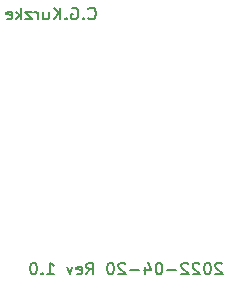
<source format=gbr>
%TF.GenerationSoftware,KiCad,Pcbnew,6.0.4-6f826c9f35~116~ubuntu20.04.1*%
%TF.CreationDate,2022-04-13T00:37:52-07:00*%
%TF.ProjectId,PIC_Timer,5049435f-5469-46d6-9572-2e6b69636164,rev?*%
%TF.SameCoordinates,Original*%
%TF.FileFunction,Legend,Bot*%
%TF.FilePolarity,Positive*%
%FSLAX46Y46*%
G04 Gerber Fmt 4.6, Leading zero omitted, Abs format (unit mm)*
G04 Created by KiCad (PCBNEW 6.0.4-6f826c9f35~116~ubuntu20.04.1) date 2022-04-13 00:37:52*
%MOMM*%
%LPD*%
G01*
G04 APERTURE LIST*
%ADD10C,0.150000*%
G04 APERTURE END LIST*
D10*
X91812666Y-104497142D02*
X91860285Y-104544761D01*
X92003142Y-104592380D01*
X92098380Y-104592380D01*
X92241238Y-104544761D01*
X92336476Y-104449523D01*
X92384095Y-104354285D01*
X92431714Y-104163809D01*
X92431714Y-104020952D01*
X92384095Y-103830476D01*
X92336476Y-103735238D01*
X92241238Y-103640000D01*
X92098380Y-103592380D01*
X92003142Y-103592380D01*
X91860285Y-103640000D01*
X91812666Y-103687619D01*
X91384095Y-104497142D02*
X91336476Y-104544761D01*
X91384095Y-104592380D01*
X91431714Y-104544761D01*
X91384095Y-104497142D01*
X91384095Y-104592380D01*
X90384095Y-103640000D02*
X90479333Y-103592380D01*
X90622190Y-103592380D01*
X90765047Y-103640000D01*
X90860285Y-103735238D01*
X90907904Y-103830476D01*
X90955523Y-104020952D01*
X90955523Y-104163809D01*
X90907904Y-104354285D01*
X90860285Y-104449523D01*
X90765047Y-104544761D01*
X90622190Y-104592380D01*
X90526952Y-104592380D01*
X90384095Y-104544761D01*
X90336476Y-104497142D01*
X90336476Y-104163809D01*
X90526952Y-104163809D01*
X89907904Y-104497142D02*
X89860285Y-104544761D01*
X89907904Y-104592380D01*
X89955523Y-104544761D01*
X89907904Y-104497142D01*
X89907904Y-104592380D01*
X89431714Y-104592380D02*
X89431714Y-103592380D01*
X88860285Y-104592380D02*
X89288857Y-104020952D01*
X88860285Y-103592380D02*
X89431714Y-104163809D01*
X88003142Y-103925714D02*
X88003142Y-104592380D01*
X88431714Y-103925714D02*
X88431714Y-104449523D01*
X88384095Y-104544761D01*
X88288857Y-104592380D01*
X88146000Y-104592380D01*
X88050761Y-104544761D01*
X88003142Y-104497142D01*
X87526952Y-104592380D02*
X87526952Y-103925714D01*
X87526952Y-104116190D02*
X87479333Y-104020952D01*
X87431714Y-103973333D01*
X87336476Y-103925714D01*
X87241238Y-103925714D01*
X87003142Y-103925714D02*
X86479333Y-103925714D01*
X87003142Y-104592380D01*
X86479333Y-104592380D01*
X86098380Y-104592380D02*
X86098380Y-103592380D01*
X86003142Y-104211428D02*
X85717428Y-104592380D01*
X85717428Y-103925714D02*
X86098380Y-104306666D01*
X84907904Y-104544761D02*
X85003142Y-104592380D01*
X85193619Y-104592380D01*
X85288857Y-104544761D01*
X85336476Y-104449523D01*
X85336476Y-104068571D01*
X85288857Y-103973333D01*
X85193619Y-103925714D01*
X85003142Y-103925714D01*
X84907904Y-103973333D01*
X84860285Y-104068571D01*
X84860285Y-104163809D01*
X85336476Y-104259047D01*
X103115047Y-125277619D02*
X103067428Y-125230000D01*
X102972190Y-125182380D01*
X102734095Y-125182380D01*
X102638857Y-125230000D01*
X102591238Y-125277619D01*
X102543619Y-125372857D01*
X102543619Y-125468095D01*
X102591238Y-125610952D01*
X103162666Y-126182380D01*
X102543619Y-126182380D01*
X101924571Y-125182380D02*
X101829333Y-125182380D01*
X101734095Y-125230000D01*
X101686476Y-125277619D01*
X101638857Y-125372857D01*
X101591238Y-125563333D01*
X101591238Y-125801428D01*
X101638857Y-125991904D01*
X101686476Y-126087142D01*
X101734095Y-126134761D01*
X101829333Y-126182380D01*
X101924571Y-126182380D01*
X102019809Y-126134761D01*
X102067428Y-126087142D01*
X102115047Y-125991904D01*
X102162666Y-125801428D01*
X102162666Y-125563333D01*
X102115047Y-125372857D01*
X102067428Y-125277619D01*
X102019809Y-125230000D01*
X101924571Y-125182380D01*
X101210285Y-125277619D02*
X101162666Y-125230000D01*
X101067428Y-125182380D01*
X100829333Y-125182380D01*
X100734095Y-125230000D01*
X100686476Y-125277619D01*
X100638857Y-125372857D01*
X100638857Y-125468095D01*
X100686476Y-125610952D01*
X101257904Y-126182380D01*
X100638857Y-126182380D01*
X100257904Y-125277619D02*
X100210285Y-125230000D01*
X100115047Y-125182380D01*
X99876952Y-125182380D01*
X99781714Y-125230000D01*
X99734095Y-125277619D01*
X99686476Y-125372857D01*
X99686476Y-125468095D01*
X99734095Y-125610952D01*
X100305523Y-126182380D01*
X99686476Y-126182380D01*
X99257904Y-125801428D02*
X98496000Y-125801428D01*
X97829333Y-125182380D02*
X97734095Y-125182380D01*
X97638857Y-125230000D01*
X97591238Y-125277619D01*
X97543619Y-125372857D01*
X97496000Y-125563333D01*
X97496000Y-125801428D01*
X97543619Y-125991904D01*
X97591238Y-126087142D01*
X97638857Y-126134761D01*
X97734095Y-126182380D01*
X97829333Y-126182380D01*
X97924571Y-126134761D01*
X97972190Y-126087142D01*
X98019809Y-125991904D01*
X98067428Y-125801428D01*
X98067428Y-125563333D01*
X98019809Y-125372857D01*
X97972190Y-125277619D01*
X97924571Y-125230000D01*
X97829333Y-125182380D01*
X96638857Y-125515714D02*
X96638857Y-126182380D01*
X96876952Y-125134761D02*
X97115047Y-125849047D01*
X96496000Y-125849047D01*
X96115047Y-125801428D02*
X95353142Y-125801428D01*
X94924571Y-125277619D02*
X94876952Y-125230000D01*
X94781714Y-125182380D01*
X94543619Y-125182380D01*
X94448380Y-125230000D01*
X94400761Y-125277619D01*
X94353142Y-125372857D01*
X94353142Y-125468095D01*
X94400761Y-125610952D01*
X94972190Y-126182380D01*
X94353142Y-126182380D01*
X93734095Y-125182380D02*
X93638857Y-125182380D01*
X93543619Y-125230000D01*
X93496000Y-125277619D01*
X93448380Y-125372857D01*
X93400761Y-125563333D01*
X93400761Y-125801428D01*
X93448380Y-125991904D01*
X93496000Y-126087142D01*
X93543619Y-126134761D01*
X93638857Y-126182380D01*
X93734095Y-126182380D01*
X93829333Y-126134761D01*
X93876952Y-126087142D01*
X93924571Y-125991904D01*
X93972190Y-125801428D01*
X93972190Y-125563333D01*
X93924571Y-125372857D01*
X93876952Y-125277619D01*
X93829333Y-125230000D01*
X93734095Y-125182380D01*
X91638857Y-126182380D02*
X91972190Y-125706190D01*
X92210285Y-126182380D02*
X92210285Y-125182380D01*
X91829333Y-125182380D01*
X91734095Y-125230000D01*
X91686476Y-125277619D01*
X91638857Y-125372857D01*
X91638857Y-125515714D01*
X91686476Y-125610952D01*
X91734095Y-125658571D01*
X91829333Y-125706190D01*
X92210285Y-125706190D01*
X90829333Y-126134761D02*
X90924571Y-126182380D01*
X91115047Y-126182380D01*
X91210285Y-126134761D01*
X91257904Y-126039523D01*
X91257904Y-125658571D01*
X91210285Y-125563333D01*
X91115047Y-125515714D01*
X90924571Y-125515714D01*
X90829333Y-125563333D01*
X90781714Y-125658571D01*
X90781714Y-125753809D01*
X91257904Y-125849047D01*
X90448380Y-125515714D02*
X90210285Y-126182380D01*
X89972190Y-125515714D01*
X88305523Y-126182380D02*
X88876952Y-126182380D01*
X88591238Y-126182380D02*
X88591238Y-125182380D01*
X88686476Y-125325238D01*
X88781714Y-125420476D01*
X88876952Y-125468095D01*
X87876952Y-126087142D02*
X87829333Y-126134761D01*
X87876952Y-126182380D01*
X87924571Y-126134761D01*
X87876952Y-126087142D01*
X87876952Y-126182380D01*
X87210285Y-125182380D02*
X87115047Y-125182380D01*
X87019809Y-125230000D01*
X86972190Y-125277619D01*
X86924571Y-125372857D01*
X86876952Y-125563333D01*
X86876952Y-125801428D01*
X86924571Y-125991904D01*
X86972190Y-126087142D01*
X87019809Y-126134761D01*
X87115047Y-126182380D01*
X87210285Y-126182380D01*
X87305523Y-126134761D01*
X87353142Y-126087142D01*
X87400761Y-125991904D01*
X87448380Y-125801428D01*
X87448380Y-125563333D01*
X87400761Y-125372857D01*
X87353142Y-125277619D01*
X87305523Y-125230000D01*
X87210285Y-125182380D01*
M02*

</source>
